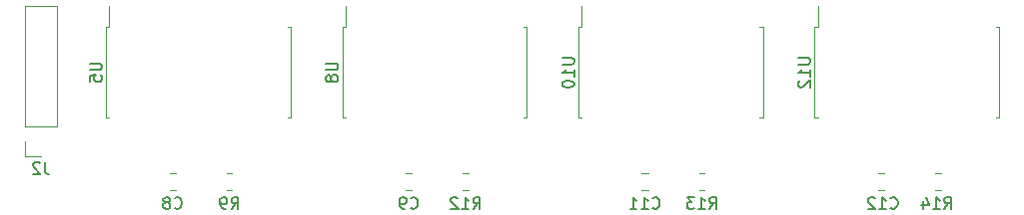
<source format=gbo>
G04 #@! TF.GenerationSoftware,KiCad,Pcbnew,(5.1.9)-1*
G04 #@! TF.CreationDate,2021-03-16T21:09:54+08:00*
G04 #@! TF.ProjectId,driver,64726976-6572-42e6-9b69-6361645f7063,v1.0*
G04 #@! TF.SameCoordinates,Original*
G04 #@! TF.FileFunction,Legend,Bot*
G04 #@! TF.FilePolarity,Positive*
%FSLAX46Y46*%
G04 Gerber Fmt 4.6, Leading zero omitted, Abs format (unit mm)*
G04 Created by KiCad (PCBNEW (5.1.9)-1) date 2021-03-16 21:09:54*
%MOMM*%
%LPD*%
G01*
G04 APERTURE LIST*
%ADD10C,0.120000*%
%ADD11C,0.150000*%
%ADD12O,1.800000X1.800000*%
%ADD13C,1.100000*%
G04 APERTURE END LIST*
D10*
X34498800Y-43642800D02*
X37158800Y-43642800D01*
X34498800Y-53862800D02*
X34498800Y-43642800D01*
X37158800Y-53862800D02*
X37158800Y-43642800D01*
X34498800Y-53862800D02*
X37158800Y-53862800D01*
X34498800Y-55132800D02*
X34498800Y-56462800D01*
X34498800Y-56462800D02*
X35828800Y-56462800D01*
X111641736Y-59305400D02*
X112095864Y-59305400D01*
X111641736Y-57835400D02*
X112095864Y-57835400D01*
X97022000Y-49274000D02*
X97022000Y-53134000D01*
X97022000Y-53134000D02*
X96757000Y-53134000D01*
X97022000Y-49274000D02*
X97022000Y-45414000D01*
X97022000Y-45414000D02*
X96757000Y-45414000D01*
X81402000Y-49274000D02*
X81402000Y-53134000D01*
X81402000Y-53134000D02*
X81667000Y-53134000D01*
X81402000Y-49274000D02*
X81402000Y-45414000D01*
X81402000Y-45414000D02*
X81667000Y-45414000D01*
X81667000Y-45414000D02*
X81667000Y-43599000D01*
X91626536Y-59305400D02*
X92080664Y-59305400D01*
X91626536Y-57835400D02*
X92080664Y-57835400D01*
X117037200Y-49274000D02*
X117037200Y-53134000D01*
X117037200Y-53134000D02*
X116772200Y-53134000D01*
X117037200Y-49274000D02*
X117037200Y-45414000D01*
X117037200Y-45414000D02*
X116772200Y-45414000D01*
X101417200Y-49274000D02*
X101417200Y-53134000D01*
X101417200Y-53134000D02*
X101682200Y-53134000D01*
X101417200Y-49274000D02*
X101417200Y-45414000D01*
X101417200Y-45414000D02*
X101682200Y-45414000D01*
X101682200Y-45414000D02*
X101682200Y-43599000D01*
X107304052Y-57835400D02*
X106781548Y-57835400D01*
X107304052Y-59305400D02*
X106781548Y-59305400D01*
X87288852Y-57835400D02*
X86766348Y-57835400D01*
X87288852Y-59305400D02*
X86766348Y-59305400D01*
X56991600Y-49274000D02*
X56991600Y-53134000D01*
X56991600Y-53134000D02*
X56726600Y-53134000D01*
X56991600Y-49274000D02*
X56991600Y-45414000D01*
X56991600Y-45414000D02*
X56726600Y-45414000D01*
X41371600Y-49274000D02*
X41371600Y-53134000D01*
X41371600Y-53134000D02*
X41636600Y-53134000D01*
X41371600Y-49274000D02*
X41371600Y-45414000D01*
X41371600Y-45414000D02*
X41636600Y-45414000D01*
X41636600Y-45414000D02*
X41636600Y-43599000D01*
X71611336Y-59305400D02*
X72065464Y-59305400D01*
X71611336Y-57835400D02*
X72065464Y-57835400D01*
X51596136Y-59305400D02*
X52050264Y-59305400D01*
X51596136Y-57835400D02*
X52050264Y-57835400D01*
X77006800Y-49274000D02*
X77006800Y-53134000D01*
X77006800Y-53134000D02*
X76741800Y-53134000D01*
X77006800Y-49274000D02*
X77006800Y-45414000D01*
X77006800Y-45414000D02*
X76741800Y-45414000D01*
X61386800Y-49274000D02*
X61386800Y-53134000D01*
X61386800Y-53134000D02*
X61651800Y-53134000D01*
X61386800Y-49274000D02*
X61386800Y-45414000D01*
X61386800Y-45414000D02*
X61651800Y-45414000D01*
X61651800Y-45414000D02*
X61651800Y-43599000D01*
X67273652Y-57835400D02*
X66751148Y-57835400D01*
X67273652Y-59305400D02*
X66751148Y-59305400D01*
X47258452Y-57835400D02*
X46735948Y-57835400D01*
X47258452Y-59305400D02*
X46735948Y-59305400D01*
D11*
X36162133Y-56915180D02*
X36162133Y-57629466D01*
X36209752Y-57772323D01*
X36304990Y-57867561D01*
X36447847Y-57915180D01*
X36543085Y-57915180D01*
X35733561Y-57010419D02*
X35685942Y-56962800D01*
X35590704Y-56915180D01*
X35352609Y-56915180D01*
X35257371Y-56962800D01*
X35209752Y-57010419D01*
X35162133Y-57105657D01*
X35162133Y-57200895D01*
X35209752Y-57343752D01*
X35781180Y-57915180D01*
X35162133Y-57915180D01*
X112402857Y-60904380D02*
X112736190Y-60428190D01*
X112974285Y-60904380D02*
X112974285Y-59904380D01*
X112593333Y-59904380D01*
X112498095Y-59952000D01*
X112450476Y-59999619D01*
X112402857Y-60094857D01*
X112402857Y-60237714D01*
X112450476Y-60332952D01*
X112498095Y-60380571D01*
X112593333Y-60428190D01*
X112974285Y-60428190D01*
X111450476Y-60904380D02*
X112021904Y-60904380D01*
X111736190Y-60904380D02*
X111736190Y-59904380D01*
X111831428Y-60047238D01*
X111926666Y-60142476D01*
X112021904Y-60190095D01*
X110593333Y-60237714D02*
X110593333Y-60904380D01*
X110831428Y-59856761D02*
X111069523Y-60571047D01*
X110450476Y-60571047D01*
X80014380Y-48035904D02*
X80823904Y-48035904D01*
X80919142Y-48083523D01*
X80966761Y-48131142D01*
X81014380Y-48226380D01*
X81014380Y-48416857D01*
X80966761Y-48512095D01*
X80919142Y-48559714D01*
X80823904Y-48607333D01*
X80014380Y-48607333D01*
X81014380Y-49607333D02*
X81014380Y-49035904D01*
X81014380Y-49321619D02*
X80014380Y-49321619D01*
X80157238Y-49226380D01*
X80252476Y-49131142D01*
X80300095Y-49035904D01*
X80014380Y-50226380D02*
X80014380Y-50321619D01*
X80062000Y-50416857D01*
X80109619Y-50464476D01*
X80204857Y-50512095D01*
X80395333Y-50559714D01*
X80633428Y-50559714D01*
X80823904Y-50512095D01*
X80919142Y-50464476D01*
X80966761Y-50416857D01*
X81014380Y-50321619D01*
X81014380Y-50226380D01*
X80966761Y-50131142D01*
X80919142Y-50083523D01*
X80823904Y-50035904D01*
X80633428Y-49988285D01*
X80395333Y-49988285D01*
X80204857Y-50035904D01*
X80109619Y-50083523D01*
X80062000Y-50131142D01*
X80014380Y-50226380D01*
X92496457Y-60904380D02*
X92829790Y-60428190D01*
X93067885Y-60904380D02*
X93067885Y-59904380D01*
X92686933Y-59904380D01*
X92591695Y-59952000D01*
X92544076Y-59999619D01*
X92496457Y-60094857D01*
X92496457Y-60237714D01*
X92544076Y-60332952D01*
X92591695Y-60380571D01*
X92686933Y-60428190D01*
X93067885Y-60428190D01*
X91544076Y-60904380D02*
X92115504Y-60904380D01*
X91829790Y-60904380D02*
X91829790Y-59904380D01*
X91925028Y-60047238D01*
X92020266Y-60142476D01*
X92115504Y-60190095D01*
X91210742Y-59904380D02*
X90591695Y-59904380D01*
X90925028Y-60285333D01*
X90782171Y-60285333D01*
X90686933Y-60332952D01*
X90639314Y-60380571D01*
X90591695Y-60475809D01*
X90591695Y-60713904D01*
X90639314Y-60809142D01*
X90686933Y-60856761D01*
X90782171Y-60904380D01*
X91067885Y-60904380D01*
X91163123Y-60856761D01*
X91210742Y-60809142D01*
X100029580Y-48035904D02*
X100839104Y-48035904D01*
X100934342Y-48083523D01*
X100981961Y-48131142D01*
X101029580Y-48226380D01*
X101029580Y-48416857D01*
X100981961Y-48512095D01*
X100934342Y-48559714D01*
X100839104Y-48607333D01*
X100029580Y-48607333D01*
X101029580Y-49607333D02*
X101029580Y-49035904D01*
X101029580Y-49321619D02*
X100029580Y-49321619D01*
X100172438Y-49226380D01*
X100267676Y-49131142D01*
X100315295Y-49035904D01*
X100124819Y-49988285D02*
X100077200Y-50035904D01*
X100029580Y-50131142D01*
X100029580Y-50369238D01*
X100077200Y-50464476D01*
X100124819Y-50512095D01*
X100220057Y-50559714D01*
X100315295Y-50559714D01*
X100458152Y-50512095D01*
X101029580Y-49940666D01*
X101029580Y-50559714D01*
X107830857Y-60809142D02*
X107878476Y-60856761D01*
X108021333Y-60904380D01*
X108116571Y-60904380D01*
X108259428Y-60856761D01*
X108354666Y-60761523D01*
X108402285Y-60666285D01*
X108449904Y-60475809D01*
X108449904Y-60332952D01*
X108402285Y-60142476D01*
X108354666Y-60047238D01*
X108259428Y-59952000D01*
X108116571Y-59904380D01*
X108021333Y-59904380D01*
X107878476Y-59952000D01*
X107830857Y-59999619D01*
X106878476Y-60904380D02*
X107449904Y-60904380D01*
X107164190Y-60904380D02*
X107164190Y-59904380D01*
X107259428Y-60047238D01*
X107354666Y-60142476D01*
X107449904Y-60190095D01*
X106497523Y-59999619D02*
X106449904Y-59952000D01*
X106354666Y-59904380D01*
X106116571Y-59904380D01*
X106021333Y-59952000D01*
X105973714Y-59999619D01*
X105926095Y-60094857D01*
X105926095Y-60190095D01*
X105973714Y-60332952D01*
X106545142Y-60904380D01*
X105926095Y-60904380D01*
X87670457Y-60809142D02*
X87718076Y-60856761D01*
X87860933Y-60904380D01*
X87956171Y-60904380D01*
X88099028Y-60856761D01*
X88194266Y-60761523D01*
X88241885Y-60666285D01*
X88289504Y-60475809D01*
X88289504Y-60332952D01*
X88241885Y-60142476D01*
X88194266Y-60047238D01*
X88099028Y-59952000D01*
X87956171Y-59904380D01*
X87860933Y-59904380D01*
X87718076Y-59952000D01*
X87670457Y-59999619D01*
X86718076Y-60904380D02*
X87289504Y-60904380D01*
X87003790Y-60904380D02*
X87003790Y-59904380D01*
X87099028Y-60047238D01*
X87194266Y-60142476D01*
X87289504Y-60190095D01*
X85765695Y-60904380D02*
X86337123Y-60904380D01*
X86051409Y-60904380D02*
X86051409Y-59904380D01*
X86146647Y-60047238D01*
X86241885Y-60142476D01*
X86337123Y-60190095D01*
X39983980Y-48512095D02*
X40793504Y-48512095D01*
X40888742Y-48559714D01*
X40936361Y-48607333D01*
X40983980Y-48702571D01*
X40983980Y-48893047D01*
X40936361Y-48988285D01*
X40888742Y-49035904D01*
X40793504Y-49083523D01*
X39983980Y-49083523D01*
X39983980Y-50035904D02*
X39983980Y-49559714D01*
X40460171Y-49512095D01*
X40412552Y-49559714D01*
X40364933Y-49654952D01*
X40364933Y-49893047D01*
X40412552Y-49988285D01*
X40460171Y-50035904D01*
X40555409Y-50083523D01*
X40793504Y-50083523D01*
X40888742Y-50035904D01*
X40936361Y-49988285D01*
X40983980Y-49893047D01*
X40983980Y-49654952D01*
X40936361Y-49559714D01*
X40888742Y-49512095D01*
X72481257Y-60904380D02*
X72814590Y-60428190D01*
X73052685Y-60904380D02*
X73052685Y-59904380D01*
X72671733Y-59904380D01*
X72576495Y-59952000D01*
X72528876Y-59999619D01*
X72481257Y-60094857D01*
X72481257Y-60237714D01*
X72528876Y-60332952D01*
X72576495Y-60380571D01*
X72671733Y-60428190D01*
X73052685Y-60428190D01*
X71528876Y-60904380D02*
X72100304Y-60904380D01*
X71814590Y-60904380D02*
X71814590Y-59904380D01*
X71909828Y-60047238D01*
X72005066Y-60142476D01*
X72100304Y-60190095D01*
X71147923Y-59999619D02*
X71100304Y-59952000D01*
X71005066Y-59904380D01*
X70766971Y-59904380D01*
X70671733Y-59952000D01*
X70624114Y-59999619D01*
X70576495Y-60094857D01*
X70576495Y-60190095D01*
X70624114Y-60332952D01*
X71195542Y-60904380D01*
X70576495Y-60904380D01*
X51982666Y-60904380D02*
X52316000Y-60428190D01*
X52554095Y-60904380D02*
X52554095Y-59904380D01*
X52173142Y-59904380D01*
X52077904Y-59952000D01*
X52030285Y-59999619D01*
X51982666Y-60094857D01*
X51982666Y-60237714D01*
X52030285Y-60332952D01*
X52077904Y-60380571D01*
X52173142Y-60428190D01*
X52554095Y-60428190D01*
X51506476Y-60904380D02*
X51316000Y-60904380D01*
X51220761Y-60856761D01*
X51173142Y-60809142D01*
X51077904Y-60666285D01*
X51030285Y-60475809D01*
X51030285Y-60094857D01*
X51077904Y-59999619D01*
X51125523Y-59952000D01*
X51220761Y-59904380D01*
X51411238Y-59904380D01*
X51506476Y-59952000D01*
X51554095Y-59999619D01*
X51601714Y-60094857D01*
X51601714Y-60332952D01*
X51554095Y-60428190D01*
X51506476Y-60475809D01*
X51411238Y-60523428D01*
X51220761Y-60523428D01*
X51125523Y-60475809D01*
X51077904Y-60428190D01*
X51030285Y-60332952D01*
X59999180Y-48512095D02*
X60808704Y-48512095D01*
X60903942Y-48559714D01*
X60951561Y-48607333D01*
X60999180Y-48702571D01*
X60999180Y-48893047D01*
X60951561Y-48988285D01*
X60903942Y-49035904D01*
X60808704Y-49083523D01*
X59999180Y-49083523D01*
X60427752Y-49702571D02*
X60380133Y-49607333D01*
X60332514Y-49559714D01*
X60237276Y-49512095D01*
X60189657Y-49512095D01*
X60094419Y-49559714D01*
X60046800Y-49607333D01*
X59999180Y-49702571D01*
X59999180Y-49893047D01*
X60046800Y-49988285D01*
X60094419Y-50035904D01*
X60189657Y-50083523D01*
X60237276Y-50083523D01*
X60332514Y-50035904D01*
X60380133Y-49988285D01*
X60427752Y-49893047D01*
X60427752Y-49702571D01*
X60475371Y-49607333D01*
X60522990Y-49559714D01*
X60618228Y-49512095D01*
X60808704Y-49512095D01*
X60903942Y-49559714D01*
X60951561Y-49607333D01*
X60999180Y-49702571D01*
X60999180Y-49893047D01*
X60951561Y-49988285D01*
X60903942Y-50035904D01*
X60808704Y-50083523D01*
X60618228Y-50083523D01*
X60522990Y-50035904D01*
X60475371Y-49988285D01*
X60427752Y-49893047D01*
X67179066Y-60809142D02*
X67226685Y-60856761D01*
X67369542Y-60904380D01*
X67464780Y-60904380D01*
X67607638Y-60856761D01*
X67702876Y-60761523D01*
X67750495Y-60666285D01*
X67798114Y-60475809D01*
X67798114Y-60332952D01*
X67750495Y-60142476D01*
X67702876Y-60047238D01*
X67607638Y-59952000D01*
X67464780Y-59904380D01*
X67369542Y-59904380D01*
X67226685Y-59952000D01*
X67179066Y-59999619D01*
X66702876Y-60904380D02*
X66512400Y-60904380D01*
X66417161Y-60856761D01*
X66369542Y-60809142D01*
X66274304Y-60666285D01*
X66226685Y-60475809D01*
X66226685Y-60094857D01*
X66274304Y-59999619D01*
X66321923Y-59952000D01*
X66417161Y-59904380D01*
X66607638Y-59904380D01*
X66702876Y-59952000D01*
X66750495Y-59999619D01*
X66798114Y-60094857D01*
X66798114Y-60332952D01*
X66750495Y-60428190D01*
X66702876Y-60475809D01*
X66607638Y-60523428D01*
X66417161Y-60523428D01*
X66321923Y-60475809D01*
X66274304Y-60428190D01*
X66226685Y-60332952D01*
X47163866Y-60809142D02*
X47211485Y-60856761D01*
X47354342Y-60904380D01*
X47449580Y-60904380D01*
X47592438Y-60856761D01*
X47687676Y-60761523D01*
X47735295Y-60666285D01*
X47782914Y-60475809D01*
X47782914Y-60332952D01*
X47735295Y-60142476D01*
X47687676Y-60047238D01*
X47592438Y-59952000D01*
X47449580Y-59904380D01*
X47354342Y-59904380D01*
X47211485Y-59952000D01*
X47163866Y-59999619D01*
X46592438Y-60332952D02*
X46687676Y-60285333D01*
X46735295Y-60237714D01*
X46782914Y-60142476D01*
X46782914Y-60094857D01*
X46735295Y-59999619D01*
X46687676Y-59952000D01*
X46592438Y-59904380D01*
X46401961Y-59904380D01*
X46306723Y-59952000D01*
X46259104Y-59999619D01*
X46211485Y-60094857D01*
X46211485Y-60142476D01*
X46259104Y-60237714D01*
X46306723Y-60285333D01*
X46401961Y-60332952D01*
X46592438Y-60332952D01*
X46687676Y-60380571D01*
X46735295Y-60428190D01*
X46782914Y-60523428D01*
X46782914Y-60713904D01*
X46735295Y-60809142D01*
X46687676Y-60856761D01*
X46592438Y-60904380D01*
X46401961Y-60904380D01*
X46306723Y-60856761D01*
X46259104Y-60809142D01*
X46211485Y-60713904D01*
X46211485Y-60523428D01*
X46259104Y-60428190D01*
X46306723Y-60380571D01*
X46401961Y-60332952D01*
%LPC*%
D12*
X35828800Y-44972800D03*
X35828800Y-47512800D03*
X35828800Y-50052800D03*
X35828800Y-52592800D03*
G36*
G01*
X34928800Y-55982800D02*
X34928800Y-54282800D01*
G75*
G02*
X34978800Y-54232800I50000J0D01*
G01*
X36678800Y-54232800D01*
G75*
G02*
X36728800Y-54282800I0J-50000D01*
G01*
X36728800Y-55982800D01*
G75*
G02*
X36678800Y-56032800I-50000J0D01*
G01*
X34978800Y-56032800D01*
G75*
G02*
X34928800Y-55982800I0J50000D01*
G01*
G37*
G36*
G01*
X112218800Y-59046012D02*
X112218800Y-58094788D01*
G75*
G02*
X112493188Y-57820400I274388J0D01*
G01*
X113069412Y-57820400D01*
G75*
G02*
X113343800Y-58094788I0J-274388D01*
G01*
X113343800Y-59046012D01*
G75*
G02*
X113069412Y-59320400I-274388J0D01*
G01*
X112493188Y-59320400D01*
G75*
G02*
X112218800Y-59046012I0J274388D01*
G01*
G37*
G36*
G01*
X110393800Y-59046012D02*
X110393800Y-58094788D01*
G75*
G02*
X110668188Y-57820400I274388J0D01*
G01*
X111244412Y-57820400D01*
G75*
G02*
X111518800Y-58094788I0J-274388D01*
G01*
X111518800Y-59046012D01*
G75*
G02*
X111244412Y-59320400I-274388J0D01*
G01*
X110668188Y-59320400D01*
G75*
G02*
X110393800Y-59046012I0J274388D01*
G01*
G37*
G36*
G01*
X82052000Y-52849000D02*
X82402000Y-52849000D01*
G75*
G02*
X82577000Y-53024000I0J-175000D01*
G01*
X82577000Y-54824000D01*
G75*
G02*
X82402000Y-54999000I-175000J0D01*
G01*
X82052000Y-54999000D01*
G75*
G02*
X81877000Y-54824000I0J175000D01*
G01*
X81877000Y-53024000D01*
G75*
G02*
X82052000Y-52849000I175000J0D01*
G01*
G37*
G36*
G01*
X83322000Y-52849000D02*
X83672000Y-52849000D01*
G75*
G02*
X83847000Y-53024000I0J-175000D01*
G01*
X83847000Y-54824000D01*
G75*
G02*
X83672000Y-54999000I-175000J0D01*
G01*
X83322000Y-54999000D01*
G75*
G02*
X83147000Y-54824000I0J175000D01*
G01*
X83147000Y-53024000D01*
G75*
G02*
X83322000Y-52849000I175000J0D01*
G01*
G37*
G36*
G01*
X84592000Y-52849000D02*
X84942000Y-52849000D01*
G75*
G02*
X85117000Y-53024000I0J-175000D01*
G01*
X85117000Y-54824000D01*
G75*
G02*
X84942000Y-54999000I-175000J0D01*
G01*
X84592000Y-54999000D01*
G75*
G02*
X84417000Y-54824000I0J175000D01*
G01*
X84417000Y-53024000D01*
G75*
G02*
X84592000Y-52849000I175000J0D01*
G01*
G37*
G36*
G01*
X85862000Y-52849000D02*
X86212000Y-52849000D01*
G75*
G02*
X86387000Y-53024000I0J-175000D01*
G01*
X86387000Y-54824000D01*
G75*
G02*
X86212000Y-54999000I-175000J0D01*
G01*
X85862000Y-54999000D01*
G75*
G02*
X85687000Y-54824000I0J175000D01*
G01*
X85687000Y-53024000D01*
G75*
G02*
X85862000Y-52849000I175000J0D01*
G01*
G37*
G36*
G01*
X87132000Y-52849000D02*
X87482000Y-52849000D01*
G75*
G02*
X87657000Y-53024000I0J-175000D01*
G01*
X87657000Y-54824000D01*
G75*
G02*
X87482000Y-54999000I-175000J0D01*
G01*
X87132000Y-54999000D01*
G75*
G02*
X86957000Y-54824000I0J175000D01*
G01*
X86957000Y-53024000D01*
G75*
G02*
X87132000Y-52849000I175000J0D01*
G01*
G37*
G36*
G01*
X88402000Y-52849000D02*
X88752000Y-52849000D01*
G75*
G02*
X88927000Y-53024000I0J-175000D01*
G01*
X88927000Y-54824000D01*
G75*
G02*
X88752000Y-54999000I-175000J0D01*
G01*
X88402000Y-54999000D01*
G75*
G02*
X88227000Y-54824000I0J175000D01*
G01*
X88227000Y-53024000D01*
G75*
G02*
X88402000Y-52849000I175000J0D01*
G01*
G37*
G36*
G01*
X89672000Y-52849000D02*
X90022000Y-52849000D01*
G75*
G02*
X90197000Y-53024000I0J-175000D01*
G01*
X90197000Y-54824000D01*
G75*
G02*
X90022000Y-54999000I-175000J0D01*
G01*
X89672000Y-54999000D01*
G75*
G02*
X89497000Y-54824000I0J175000D01*
G01*
X89497000Y-53024000D01*
G75*
G02*
X89672000Y-52849000I175000J0D01*
G01*
G37*
G36*
G01*
X90942000Y-52849000D02*
X91292000Y-52849000D01*
G75*
G02*
X91467000Y-53024000I0J-175000D01*
G01*
X91467000Y-54824000D01*
G75*
G02*
X91292000Y-54999000I-175000J0D01*
G01*
X90942000Y-54999000D01*
G75*
G02*
X90767000Y-54824000I0J175000D01*
G01*
X90767000Y-53024000D01*
G75*
G02*
X90942000Y-52849000I175000J0D01*
G01*
G37*
G36*
G01*
X92212000Y-52849000D02*
X92562000Y-52849000D01*
G75*
G02*
X92737000Y-53024000I0J-175000D01*
G01*
X92737000Y-54824000D01*
G75*
G02*
X92562000Y-54999000I-175000J0D01*
G01*
X92212000Y-54999000D01*
G75*
G02*
X92037000Y-54824000I0J175000D01*
G01*
X92037000Y-53024000D01*
G75*
G02*
X92212000Y-52849000I175000J0D01*
G01*
G37*
G36*
G01*
X93482000Y-52849000D02*
X93832000Y-52849000D01*
G75*
G02*
X94007000Y-53024000I0J-175000D01*
G01*
X94007000Y-54824000D01*
G75*
G02*
X93832000Y-54999000I-175000J0D01*
G01*
X93482000Y-54999000D01*
G75*
G02*
X93307000Y-54824000I0J175000D01*
G01*
X93307000Y-53024000D01*
G75*
G02*
X93482000Y-52849000I175000J0D01*
G01*
G37*
G36*
G01*
X94752000Y-52849000D02*
X95102000Y-52849000D01*
G75*
G02*
X95277000Y-53024000I0J-175000D01*
G01*
X95277000Y-54824000D01*
G75*
G02*
X95102000Y-54999000I-175000J0D01*
G01*
X94752000Y-54999000D01*
G75*
G02*
X94577000Y-54824000I0J175000D01*
G01*
X94577000Y-53024000D01*
G75*
G02*
X94752000Y-52849000I175000J0D01*
G01*
G37*
G36*
G01*
X96022000Y-52849000D02*
X96372000Y-52849000D01*
G75*
G02*
X96547000Y-53024000I0J-175000D01*
G01*
X96547000Y-54824000D01*
G75*
G02*
X96372000Y-54999000I-175000J0D01*
G01*
X96022000Y-54999000D01*
G75*
G02*
X95847000Y-54824000I0J175000D01*
G01*
X95847000Y-53024000D01*
G75*
G02*
X96022000Y-52849000I175000J0D01*
G01*
G37*
G36*
G01*
X96022000Y-43549000D02*
X96372000Y-43549000D01*
G75*
G02*
X96547000Y-43724000I0J-175000D01*
G01*
X96547000Y-45524000D01*
G75*
G02*
X96372000Y-45699000I-175000J0D01*
G01*
X96022000Y-45699000D01*
G75*
G02*
X95847000Y-45524000I0J175000D01*
G01*
X95847000Y-43724000D01*
G75*
G02*
X96022000Y-43549000I175000J0D01*
G01*
G37*
G36*
G01*
X94752000Y-43549000D02*
X95102000Y-43549000D01*
G75*
G02*
X95277000Y-43724000I0J-175000D01*
G01*
X95277000Y-45524000D01*
G75*
G02*
X95102000Y-45699000I-175000J0D01*
G01*
X94752000Y-45699000D01*
G75*
G02*
X94577000Y-45524000I0J175000D01*
G01*
X94577000Y-43724000D01*
G75*
G02*
X94752000Y-43549000I175000J0D01*
G01*
G37*
G36*
G01*
X93482000Y-43549000D02*
X93832000Y-43549000D01*
G75*
G02*
X94007000Y-43724000I0J-175000D01*
G01*
X94007000Y-45524000D01*
G75*
G02*
X93832000Y-45699000I-175000J0D01*
G01*
X93482000Y-45699000D01*
G75*
G02*
X93307000Y-45524000I0J175000D01*
G01*
X93307000Y-43724000D01*
G75*
G02*
X93482000Y-43549000I175000J0D01*
G01*
G37*
G36*
G01*
X92212000Y-43549000D02*
X92562000Y-43549000D01*
G75*
G02*
X92737000Y-43724000I0J-175000D01*
G01*
X92737000Y-45524000D01*
G75*
G02*
X92562000Y-45699000I-175000J0D01*
G01*
X92212000Y-45699000D01*
G75*
G02*
X92037000Y-45524000I0J175000D01*
G01*
X92037000Y-43724000D01*
G75*
G02*
X92212000Y-43549000I175000J0D01*
G01*
G37*
G36*
G01*
X90942000Y-43549000D02*
X91292000Y-43549000D01*
G75*
G02*
X91467000Y-43724000I0J-175000D01*
G01*
X91467000Y-45524000D01*
G75*
G02*
X91292000Y-45699000I-175000J0D01*
G01*
X90942000Y-45699000D01*
G75*
G02*
X90767000Y-45524000I0J175000D01*
G01*
X90767000Y-43724000D01*
G75*
G02*
X90942000Y-43549000I175000J0D01*
G01*
G37*
G36*
G01*
X89672000Y-43549000D02*
X90022000Y-43549000D01*
G75*
G02*
X90197000Y-43724000I0J-175000D01*
G01*
X90197000Y-45524000D01*
G75*
G02*
X90022000Y-45699000I-175000J0D01*
G01*
X89672000Y-45699000D01*
G75*
G02*
X89497000Y-45524000I0J175000D01*
G01*
X89497000Y-43724000D01*
G75*
G02*
X89672000Y-43549000I175000J0D01*
G01*
G37*
G36*
G01*
X88402000Y-43549000D02*
X88752000Y-43549000D01*
G75*
G02*
X88927000Y-43724000I0J-175000D01*
G01*
X88927000Y-45524000D01*
G75*
G02*
X88752000Y-45699000I-175000J0D01*
G01*
X88402000Y-45699000D01*
G75*
G02*
X88227000Y-45524000I0J175000D01*
G01*
X88227000Y-43724000D01*
G75*
G02*
X88402000Y-43549000I175000J0D01*
G01*
G37*
G36*
G01*
X87132000Y-43549000D02*
X87482000Y-43549000D01*
G75*
G02*
X87657000Y-43724000I0J-175000D01*
G01*
X87657000Y-45524000D01*
G75*
G02*
X87482000Y-45699000I-175000J0D01*
G01*
X87132000Y-45699000D01*
G75*
G02*
X86957000Y-45524000I0J175000D01*
G01*
X86957000Y-43724000D01*
G75*
G02*
X87132000Y-43549000I175000J0D01*
G01*
G37*
G36*
G01*
X85862000Y-43549000D02*
X86212000Y-43549000D01*
G75*
G02*
X86387000Y-43724000I0J-175000D01*
G01*
X86387000Y-45524000D01*
G75*
G02*
X86212000Y-45699000I-175000J0D01*
G01*
X85862000Y-45699000D01*
G75*
G02*
X85687000Y-45524000I0J175000D01*
G01*
X85687000Y-43724000D01*
G75*
G02*
X85862000Y-43549000I175000J0D01*
G01*
G37*
G36*
G01*
X84592000Y-43549000D02*
X84942000Y-43549000D01*
G75*
G02*
X85117000Y-43724000I0J-175000D01*
G01*
X85117000Y-45524000D01*
G75*
G02*
X84942000Y-45699000I-175000J0D01*
G01*
X84592000Y-45699000D01*
G75*
G02*
X84417000Y-45524000I0J175000D01*
G01*
X84417000Y-43724000D01*
G75*
G02*
X84592000Y-43549000I175000J0D01*
G01*
G37*
G36*
G01*
X83322000Y-43549000D02*
X83672000Y-43549000D01*
G75*
G02*
X83847000Y-43724000I0J-175000D01*
G01*
X83847000Y-45524000D01*
G75*
G02*
X83672000Y-45699000I-175000J0D01*
G01*
X83322000Y-45699000D01*
G75*
G02*
X83147000Y-45524000I0J175000D01*
G01*
X83147000Y-43724000D01*
G75*
G02*
X83322000Y-43549000I175000J0D01*
G01*
G37*
G36*
G01*
X82052000Y-43549000D02*
X82402000Y-43549000D01*
G75*
G02*
X82577000Y-43724000I0J-175000D01*
G01*
X82577000Y-45524000D01*
G75*
G02*
X82402000Y-45699000I-175000J0D01*
G01*
X82052000Y-45699000D01*
G75*
G02*
X81877000Y-45524000I0J175000D01*
G01*
X81877000Y-43724000D01*
G75*
G02*
X82052000Y-43549000I175000J0D01*
G01*
G37*
G36*
G01*
X92203600Y-59046012D02*
X92203600Y-58094788D01*
G75*
G02*
X92477988Y-57820400I274388J0D01*
G01*
X93054212Y-57820400D01*
G75*
G02*
X93328600Y-58094788I0J-274388D01*
G01*
X93328600Y-59046012D01*
G75*
G02*
X93054212Y-59320400I-274388J0D01*
G01*
X92477988Y-59320400D01*
G75*
G02*
X92203600Y-59046012I0J274388D01*
G01*
G37*
G36*
G01*
X90378600Y-59046012D02*
X90378600Y-58094788D01*
G75*
G02*
X90652988Y-57820400I274388J0D01*
G01*
X91229212Y-57820400D01*
G75*
G02*
X91503600Y-58094788I0J-274388D01*
G01*
X91503600Y-59046012D01*
G75*
G02*
X91229212Y-59320400I-274388J0D01*
G01*
X90652988Y-59320400D01*
G75*
G02*
X90378600Y-59046012I0J274388D01*
G01*
G37*
G36*
G01*
X102067200Y-52849000D02*
X102417200Y-52849000D01*
G75*
G02*
X102592200Y-53024000I0J-175000D01*
G01*
X102592200Y-54824000D01*
G75*
G02*
X102417200Y-54999000I-175000J0D01*
G01*
X102067200Y-54999000D01*
G75*
G02*
X101892200Y-54824000I0J175000D01*
G01*
X101892200Y-53024000D01*
G75*
G02*
X102067200Y-52849000I175000J0D01*
G01*
G37*
G36*
G01*
X103337200Y-52849000D02*
X103687200Y-52849000D01*
G75*
G02*
X103862200Y-53024000I0J-175000D01*
G01*
X103862200Y-54824000D01*
G75*
G02*
X103687200Y-54999000I-175000J0D01*
G01*
X103337200Y-54999000D01*
G75*
G02*
X103162200Y-54824000I0J175000D01*
G01*
X103162200Y-53024000D01*
G75*
G02*
X103337200Y-52849000I175000J0D01*
G01*
G37*
G36*
G01*
X104607200Y-52849000D02*
X104957200Y-52849000D01*
G75*
G02*
X105132200Y-53024000I0J-175000D01*
G01*
X105132200Y-54824000D01*
G75*
G02*
X104957200Y-54999000I-175000J0D01*
G01*
X104607200Y-54999000D01*
G75*
G02*
X104432200Y-54824000I0J175000D01*
G01*
X104432200Y-53024000D01*
G75*
G02*
X104607200Y-52849000I175000J0D01*
G01*
G37*
G36*
G01*
X105877200Y-52849000D02*
X106227200Y-52849000D01*
G75*
G02*
X106402200Y-53024000I0J-175000D01*
G01*
X106402200Y-54824000D01*
G75*
G02*
X106227200Y-54999000I-175000J0D01*
G01*
X105877200Y-54999000D01*
G75*
G02*
X105702200Y-54824000I0J175000D01*
G01*
X105702200Y-53024000D01*
G75*
G02*
X105877200Y-52849000I175000J0D01*
G01*
G37*
G36*
G01*
X107147200Y-52849000D02*
X107497200Y-52849000D01*
G75*
G02*
X107672200Y-53024000I0J-175000D01*
G01*
X107672200Y-54824000D01*
G75*
G02*
X107497200Y-54999000I-175000J0D01*
G01*
X107147200Y-54999000D01*
G75*
G02*
X106972200Y-54824000I0J175000D01*
G01*
X106972200Y-53024000D01*
G75*
G02*
X107147200Y-52849000I175000J0D01*
G01*
G37*
G36*
G01*
X108417200Y-52849000D02*
X108767200Y-52849000D01*
G75*
G02*
X108942200Y-53024000I0J-175000D01*
G01*
X108942200Y-54824000D01*
G75*
G02*
X108767200Y-54999000I-175000J0D01*
G01*
X108417200Y-54999000D01*
G75*
G02*
X108242200Y-54824000I0J175000D01*
G01*
X108242200Y-53024000D01*
G75*
G02*
X108417200Y-52849000I175000J0D01*
G01*
G37*
G36*
G01*
X109687200Y-52849000D02*
X110037200Y-52849000D01*
G75*
G02*
X110212200Y-53024000I0J-175000D01*
G01*
X110212200Y-54824000D01*
G75*
G02*
X110037200Y-54999000I-175000J0D01*
G01*
X109687200Y-54999000D01*
G75*
G02*
X109512200Y-54824000I0J175000D01*
G01*
X109512200Y-53024000D01*
G75*
G02*
X109687200Y-52849000I175000J0D01*
G01*
G37*
G36*
G01*
X110957200Y-52849000D02*
X111307200Y-52849000D01*
G75*
G02*
X111482200Y-53024000I0J-175000D01*
G01*
X111482200Y-54824000D01*
G75*
G02*
X111307200Y-54999000I-175000J0D01*
G01*
X110957200Y-54999000D01*
G75*
G02*
X110782200Y-54824000I0J175000D01*
G01*
X110782200Y-53024000D01*
G75*
G02*
X110957200Y-52849000I175000J0D01*
G01*
G37*
G36*
G01*
X112227200Y-52849000D02*
X112577200Y-52849000D01*
G75*
G02*
X112752200Y-53024000I0J-175000D01*
G01*
X112752200Y-54824000D01*
G75*
G02*
X112577200Y-54999000I-175000J0D01*
G01*
X112227200Y-54999000D01*
G75*
G02*
X112052200Y-54824000I0J175000D01*
G01*
X112052200Y-53024000D01*
G75*
G02*
X112227200Y-52849000I175000J0D01*
G01*
G37*
G36*
G01*
X113497200Y-52849000D02*
X113847200Y-52849000D01*
G75*
G02*
X114022200Y-53024000I0J-175000D01*
G01*
X114022200Y-54824000D01*
G75*
G02*
X113847200Y-54999000I-175000J0D01*
G01*
X113497200Y-54999000D01*
G75*
G02*
X113322200Y-54824000I0J175000D01*
G01*
X113322200Y-53024000D01*
G75*
G02*
X113497200Y-52849000I175000J0D01*
G01*
G37*
G36*
G01*
X114767200Y-52849000D02*
X115117200Y-52849000D01*
G75*
G02*
X115292200Y-53024000I0J-175000D01*
G01*
X115292200Y-54824000D01*
G75*
G02*
X115117200Y-54999000I-175000J0D01*
G01*
X114767200Y-54999000D01*
G75*
G02*
X114592200Y-54824000I0J175000D01*
G01*
X114592200Y-53024000D01*
G75*
G02*
X114767200Y-52849000I175000J0D01*
G01*
G37*
G36*
G01*
X116037200Y-52849000D02*
X116387200Y-52849000D01*
G75*
G02*
X116562200Y-53024000I0J-175000D01*
G01*
X116562200Y-54824000D01*
G75*
G02*
X116387200Y-54999000I-175000J0D01*
G01*
X116037200Y-54999000D01*
G75*
G02*
X115862200Y-54824000I0J175000D01*
G01*
X115862200Y-53024000D01*
G75*
G02*
X116037200Y-52849000I175000J0D01*
G01*
G37*
G36*
G01*
X116037200Y-43549000D02*
X116387200Y-43549000D01*
G75*
G02*
X116562200Y-43724000I0J-175000D01*
G01*
X116562200Y-45524000D01*
G75*
G02*
X116387200Y-45699000I-175000J0D01*
G01*
X116037200Y-45699000D01*
G75*
G02*
X115862200Y-45524000I0J175000D01*
G01*
X115862200Y-43724000D01*
G75*
G02*
X116037200Y-43549000I175000J0D01*
G01*
G37*
G36*
G01*
X114767200Y-43549000D02*
X115117200Y-43549000D01*
G75*
G02*
X115292200Y-43724000I0J-175000D01*
G01*
X115292200Y-45524000D01*
G75*
G02*
X115117200Y-45699000I-175000J0D01*
G01*
X114767200Y-45699000D01*
G75*
G02*
X114592200Y-45524000I0J175000D01*
G01*
X114592200Y-43724000D01*
G75*
G02*
X114767200Y-43549000I175000J0D01*
G01*
G37*
G36*
G01*
X113497200Y-43549000D02*
X113847200Y-43549000D01*
G75*
G02*
X114022200Y-43724000I0J-175000D01*
G01*
X114022200Y-45524000D01*
G75*
G02*
X113847200Y-45699000I-175000J0D01*
G01*
X113497200Y-45699000D01*
G75*
G02*
X113322200Y-45524000I0J175000D01*
G01*
X113322200Y-43724000D01*
G75*
G02*
X113497200Y-43549000I175000J0D01*
G01*
G37*
G36*
G01*
X112227200Y-43549000D02*
X112577200Y-43549000D01*
G75*
G02*
X112752200Y-43724000I0J-175000D01*
G01*
X112752200Y-45524000D01*
G75*
G02*
X112577200Y-45699000I-175000J0D01*
G01*
X112227200Y-45699000D01*
G75*
G02*
X112052200Y-45524000I0J175000D01*
G01*
X112052200Y-43724000D01*
G75*
G02*
X112227200Y-43549000I175000J0D01*
G01*
G37*
G36*
G01*
X110957200Y-43549000D02*
X111307200Y-43549000D01*
G75*
G02*
X111482200Y-43724000I0J-175000D01*
G01*
X111482200Y-45524000D01*
G75*
G02*
X111307200Y-45699000I-175000J0D01*
G01*
X110957200Y-45699000D01*
G75*
G02*
X110782200Y-45524000I0J175000D01*
G01*
X110782200Y-43724000D01*
G75*
G02*
X110957200Y-43549000I175000J0D01*
G01*
G37*
G36*
G01*
X109687200Y-43549000D02*
X110037200Y-43549000D01*
G75*
G02*
X110212200Y-43724000I0J-175000D01*
G01*
X110212200Y-45524000D01*
G75*
G02*
X110037200Y-45699000I-175000J0D01*
G01*
X109687200Y-45699000D01*
G75*
G02*
X109512200Y-45524000I0J175000D01*
G01*
X109512200Y-43724000D01*
G75*
G02*
X109687200Y-43549000I175000J0D01*
G01*
G37*
G36*
G01*
X108417200Y-43549000D02*
X108767200Y-43549000D01*
G75*
G02*
X108942200Y-43724000I0J-175000D01*
G01*
X108942200Y-45524000D01*
G75*
G02*
X108767200Y-45699000I-175000J0D01*
G01*
X108417200Y-45699000D01*
G75*
G02*
X108242200Y-45524000I0J175000D01*
G01*
X108242200Y-43724000D01*
G75*
G02*
X108417200Y-43549000I175000J0D01*
G01*
G37*
G36*
G01*
X107147200Y-43549000D02*
X107497200Y-43549000D01*
G75*
G02*
X107672200Y-43724000I0J-175000D01*
G01*
X107672200Y-45524000D01*
G75*
G02*
X107497200Y-45699000I-175000J0D01*
G01*
X107147200Y-45699000D01*
G75*
G02*
X106972200Y-45524000I0J175000D01*
G01*
X106972200Y-43724000D01*
G75*
G02*
X107147200Y-43549000I175000J0D01*
G01*
G37*
G36*
G01*
X105877200Y-43549000D02*
X106227200Y-43549000D01*
G75*
G02*
X106402200Y-43724000I0J-175000D01*
G01*
X106402200Y-45524000D01*
G75*
G02*
X106227200Y-45699000I-175000J0D01*
G01*
X105877200Y-45699000D01*
G75*
G02*
X105702200Y-45524000I0J175000D01*
G01*
X105702200Y-43724000D01*
G75*
G02*
X105877200Y-43549000I175000J0D01*
G01*
G37*
G36*
G01*
X104607200Y-43549000D02*
X104957200Y-43549000D01*
G75*
G02*
X105132200Y-43724000I0J-175000D01*
G01*
X105132200Y-45524000D01*
G75*
G02*
X104957200Y-45699000I-175000J0D01*
G01*
X104607200Y-45699000D01*
G75*
G02*
X104432200Y-45524000I0J175000D01*
G01*
X104432200Y-43724000D01*
G75*
G02*
X104607200Y-43549000I175000J0D01*
G01*
G37*
G36*
G01*
X103337200Y-43549000D02*
X103687200Y-43549000D01*
G75*
G02*
X103862200Y-43724000I0J-175000D01*
G01*
X103862200Y-45524000D01*
G75*
G02*
X103687200Y-45699000I-175000J0D01*
G01*
X103337200Y-45699000D01*
G75*
G02*
X103162200Y-45524000I0J175000D01*
G01*
X103162200Y-43724000D01*
G75*
G02*
X103337200Y-43549000I175000J0D01*
G01*
G37*
G36*
G01*
X102067200Y-43549000D02*
X102417200Y-43549000D01*
G75*
G02*
X102592200Y-43724000I0J-175000D01*
G01*
X102592200Y-45524000D01*
G75*
G02*
X102417200Y-45699000I-175000J0D01*
G01*
X102067200Y-45699000D01*
G75*
G02*
X101892200Y-45524000I0J175000D01*
G01*
X101892200Y-43724000D01*
G75*
G02*
X102067200Y-43549000I175000J0D01*
G01*
G37*
G36*
G01*
X106642800Y-58070400D02*
X106642800Y-59070400D01*
G75*
G02*
X106367800Y-59345400I-275000J0D01*
G01*
X105817800Y-59345400D01*
G75*
G02*
X105542800Y-59070400I0J275000D01*
G01*
X105542800Y-58070400D01*
G75*
G02*
X105817800Y-57795400I275000J0D01*
G01*
X106367800Y-57795400D01*
G75*
G02*
X106642800Y-58070400I0J-275000D01*
G01*
G37*
G36*
G01*
X108542800Y-58070400D02*
X108542800Y-59070400D01*
G75*
G02*
X108267800Y-59345400I-275000J0D01*
G01*
X107717800Y-59345400D01*
G75*
G02*
X107442800Y-59070400I0J275000D01*
G01*
X107442800Y-58070400D01*
G75*
G02*
X107717800Y-57795400I275000J0D01*
G01*
X108267800Y-57795400D01*
G75*
G02*
X108542800Y-58070400I0J-275000D01*
G01*
G37*
G36*
G01*
X101482120Y-57384360D02*
X101482120Y-56384360D01*
G75*
G02*
X101532120Y-56334360I50000J0D01*
G01*
X102532120Y-56334360D01*
G75*
G02*
X102582120Y-56384360I0J-50000D01*
G01*
X102582120Y-57384360D01*
G75*
G02*
X102532120Y-57434360I-50000J0D01*
G01*
X101532120Y-57434360D01*
G75*
G02*
X101482120Y-57384360I0J50000D01*
G01*
G37*
D13*
X104532120Y-56884360D03*
X107032120Y-56884360D03*
X109532120Y-56884360D03*
X112032120Y-56884360D03*
X114532120Y-56884360D03*
X117032120Y-56884360D03*
X119532120Y-56884360D03*
X119532120Y-41884360D03*
X117032120Y-41884360D03*
X114532120Y-41884360D03*
X112032120Y-41884360D03*
X109532120Y-41884360D03*
X107032120Y-41884360D03*
X104532120Y-41884360D03*
X102032120Y-41884360D03*
G36*
G01*
X86627600Y-58070400D02*
X86627600Y-59070400D01*
G75*
G02*
X86352600Y-59345400I-275000J0D01*
G01*
X85802600Y-59345400D01*
G75*
G02*
X85527600Y-59070400I0J275000D01*
G01*
X85527600Y-58070400D01*
G75*
G02*
X85802600Y-57795400I275000J0D01*
G01*
X86352600Y-57795400D01*
G75*
G02*
X86627600Y-58070400I0J-275000D01*
G01*
G37*
G36*
G01*
X88527600Y-58070400D02*
X88527600Y-59070400D01*
G75*
G02*
X88252600Y-59345400I-275000J0D01*
G01*
X87702600Y-59345400D01*
G75*
G02*
X87427600Y-59070400I0J275000D01*
G01*
X87427600Y-58070400D01*
G75*
G02*
X87702600Y-57795400I275000J0D01*
G01*
X88252600Y-57795400D01*
G75*
G02*
X88527600Y-58070400I0J-275000D01*
G01*
G37*
G36*
G01*
X81466920Y-57384360D02*
X81466920Y-56384360D01*
G75*
G02*
X81516920Y-56334360I50000J0D01*
G01*
X82516920Y-56334360D01*
G75*
G02*
X82566920Y-56384360I0J-50000D01*
G01*
X82566920Y-57384360D01*
G75*
G02*
X82516920Y-57434360I-50000J0D01*
G01*
X81516920Y-57434360D01*
G75*
G02*
X81466920Y-57384360I0J50000D01*
G01*
G37*
X84516920Y-56884360D03*
X87016920Y-56884360D03*
X89516920Y-56884360D03*
X92016920Y-56884360D03*
X94516920Y-56884360D03*
X97016920Y-56884360D03*
X99516920Y-56884360D03*
X99516920Y-41884360D03*
X97016920Y-41884360D03*
X94516920Y-41884360D03*
X92016920Y-41884360D03*
X89516920Y-41884360D03*
X87016920Y-41884360D03*
X84516920Y-41884360D03*
X82016920Y-41884360D03*
G36*
G01*
X42021600Y-52849000D02*
X42371600Y-52849000D01*
G75*
G02*
X42546600Y-53024000I0J-175000D01*
G01*
X42546600Y-54824000D01*
G75*
G02*
X42371600Y-54999000I-175000J0D01*
G01*
X42021600Y-54999000D01*
G75*
G02*
X41846600Y-54824000I0J175000D01*
G01*
X41846600Y-53024000D01*
G75*
G02*
X42021600Y-52849000I175000J0D01*
G01*
G37*
G36*
G01*
X43291600Y-52849000D02*
X43641600Y-52849000D01*
G75*
G02*
X43816600Y-53024000I0J-175000D01*
G01*
X43816600Y-54824000D01*
G75*
G02*
X43641600Y-54999000I-175000J0D01*
G01*
X43291600Y-54999000D01*
G75*
G02*
X43116600Y-54824000I0J175000D01*
G01*
X43116600Y-53024000D01*
G75*
G02*
X43291600Y-52849000I175000J0D01*
G01*
G37*
G36*
G01*
X44561600Y-52849000D02*
X44911600Y-52849000D01*
G75*
G02*
X45086600Y-53024000I0J-175000D01*
G01*
X45086600Y-54824000D01*
G75*
G02*
X44911600Y-54999000I-175000J0D01*
G01*
X44561600Y-54999000D01*
G75*
G02*
X44386600Y-54824000I0J175000D01*
G01*
X44386600Y-53024000D01*
G75*
G02*
X44561600Y-52849000I175000J0D01*
G01*
G37*
G36*
G01*
X45831600Y-52849000D02*
X46181600Y-52849000D01*
G75*
G02*
X46356600Y-53024000I0J-175000D01*
G01*
X46356600Y-54824000D01*
G75*
G02*
X46181600Y-54999000I-175000J0D01*
G01*
X45831600Y-54999000D01*
G75*
G02*
X45656600Y-54824000I0J175000D01*
G01*
X45656600Y-53024000D01*
G75*
G02*
X45831600Y-52849000I175000J0D01*
G01*
G37*
G36*
G01*
X47101600Y-52849000D02*
X47451600Y-52849000D01*
G75*
G02*
X47626600Y-53024000I0J-175000D01*
G01*
X47626600Y-54824000D01*
G75*
G02*
X47451600Y-54999000I-175000J0D01*
G01*
X47101600Y-54999000D01*
G75*
G02*
X46926600Y-54824000I0J175000D01*
G01*
X46926600Y-53024000D01*
G75*
G02*
X47101600Y-52849000I175000J0D01*
G01*
G37*
G36*
G01*
X48371600Y-52849000D02*
X48721600Y-52849000D01*
G75*
G02*
X48896600Y-53024000I0J-175000D01*
G01*
X48896600Y-54824000D01*
G75*
G02*
X48721600Y-54999000I-175000J0D01*
G01*
X48371600Y-54999000D01*
G75*
G02*
X48196600Y-54824000I0J175000D01*
G01*
X48196600Y-53024000D01*
G75*
G02*
X48371600Y-52849000I175000J0D01*
G01*
G37*
G36*
G01*
X49641600Y-52849000D02*
X49991600Y-52849000D01*
G75*
G02*
X50166600Y-53024000I0J-175000D01*
G01*
X50166600Y-54824000D01*
G75*
G02*
X49991600Y-54999000I-175000J0D01*
G01*
X49641600Y-54999000D01*
G75*
G02*
X49466600Y-54824000I0J175000D01*
G01*
X49466600Y-53024000D01*
G75*
G02*
X49641600Y-52849000I175000J0D01*
G01*
G37*
G36*
G01*
X50911600Y-52849000D02*
X51261600Y-52849000D01*
G75*
G02*
X51436600Y-53024000I0J-175000D01*
G01*
X51436600Y-54824000D01*
G75*
G02*
X51261600Y-54999000I-175000J0D01*
G01*
X50911600Y-54999000D01*
G75*
G02*
X50736600Y-54824000I0J175000D01*
G01*
X50736600Y-53024000D01*
G75*
G02*
X50911600Y-52849000I175000J0D01*
G01*
G37*
G36*
G01*
X52181600Y-52849000D02*
X52531600Y-52849000D01*
G75*
G02*
X52706600Y-53024000I0J-175000D01*
G01*
X52706600Y-54824000D01*
G75*
G02*
X52531600Y-54999000I-175000J0D01*
G01*
X52181600Y-54999000D01*
G75*
G02*
X52006600Y-54824000I0J175000D01*
G01*
X52006600Y-53024000D01*
G75*
G02*
X52181600Y-52849000I175000J0D01*
G01*
G37*
G36*
G01*
X53451600Y-52849000D02*
X53801600Y-52849000D01*
G75*
G02*
X53976600Y-53024000I0J-175000D01*
G01*
X53976600Y-54824000D01*
G75*
G02*
X53801600Y-54999000I-175000J0D01*
G01*
X53451600Y-54999000D01*
G75*
G02*
X53276600Y-54824000I0J175000D01*
G01*
X53276600Y-53024000D01*
G75*
G02*
X53451600Y-52849000I175000J0D01*
G01*
G37*
G36*
G01*
X54721600Y-52849000D02*
X55071600Y-52849000D01*
G75*
G02*
X55246600Y-53024000I0J-175000D01*
G01*
X55246600Y-54824000D01*
G75*
G02*
X55071600Y-54999000I-175000J0D01*
G01*
X54721600Y-54999000D01*
G75*
G02*
X54546600Y-54824000I0J175000D01*
G01*
X54546600Y-53024000D01*
G75*
G02*
X54721600Y-52849000I175000J0D01*
G01*
G37*
G36*
G01*
X55991600Y-52849000D02*
X56341600Y-52849000D01*
G75*
G02*
X56516600Y-53024000I0J-175000D01*
G01*
X56516600Y-54824000D01*
G75*
G02*
X56341600Y-54999000I-175000J0D01*
G01*
X55991600Y-54999000D01*
G75*
G02*
X55816600Y-54824000I0J175000D01*
G01*
X55816600Y-53024000D01*
G75*
G02*
X55991600Y-52849000I175000J0D01*
G01*
G37*
G36*
G01*
X55991600Y-43549000D02*
X56341600Y-43549000D01*
G75*
G02*
X56516600Y-43724000I0J-175000D01*
G01*
X56516600Y-45524000D01*
G75*
G02*
X56341600Y-45699000I-175000J0D01*
G01*
X55991600Y-45699000D01*
G75*
G02*
X55816600Y-45524000I0J175000D01*
G01*
X55816600Y-43724000D01*
G75*
G02*
X55991600Y-43549000I175000J0D01*
G01*
G37*
G36*
G01*
X54721600Y-43549000D02*
X55071600Y-43549000D01*
G75*
G02*
X55246600Y-43724000I0J-175000D01*
G01*
X55246600Y-45524000D01*
G75*
G02*
X55071600Y-45699000I-175000J0D01*
G01*
X54721600Y-45699000D01*
G75*
G02*
X54546600Y-45524000I0J175000D01*
G01*
X54546600Y-43724000D01*
G75*
G02*
X54721600Y-43549000I175000J0D01*
G01*
G37*
G36*
G01*
X53451600Y-43549000D02*
X53801600Y-43549000D01*
G75*
G02*
X53976600Y-43724000I0J-175000D01*
G01*
X53976600Y-45524000D01*
G75*
G02*
X53801600Y-45699000I-175000J0D01*
G01*
X53451600Y-45699000D01*
G75*
G02*
X53276600Y-45524000I0J175000D01*
G01*
X53276600Y-43724000D01*
G75*
G02*
X53451600Y-43549000I175000J0D01*
G01*
G37*
G36*
G01*
X52181600Y-43549000D02*
X52531600Y-43549000D01*
G75*
G02*
X52706600Y-43724000I0J-175000D01*
G01*
X52706600Y-45524000D01*
G75*
G02*
X52531600Y-45699000I-175000J0D01*
G01*
X52181600Y-45699000D01*
G75*
G02*
X52006600Y-45524000I0J175000D01*
G01*
X52006600Y-43724000D01*
G75*
G02*
X52181600Y-43549000I175000J0D01*
G01*
G37*
G36*
G01*
X50911600Y-43549000D02*
X51261600Y-43549000D01*
G75*
G02*
X51436600Y-43724000I0J-175000D01*
G01*
X51436600Y-45524000D01*
G75*
G02*
X51261600Y-45699000I-175000J0D01*
G01*
X50911600Y-45699000D01*
G75*
G02*
X50736600Y-45524000I0J175000D01*
G01*
X50736600Y-43724000D01*
G75*
G02*
X50911600Y-43549000I175000J0D01*
G01*
G37*
G36*
G01*
X49641600Y-43549000D02*
X49991600Y-43549000D01*
G75*
G02*
X50166600Y-43724000I0J-175000D01*
G01*
X50166600Y-45524000D01*
G75*
G02*
X49991600Y-45699000I-175000J0D01*
G01*
X49641600Y-45699000D01*
G75*
G02*
X49466600Y-45524000I0J175000D01*
G01*
X49466600Y-43724000D01*
G75*
G02*
X49641600Y-43549000I175000J0D01*
G01*
G37*
G36*
G01*
X48371600Y-43549000D02*
X48721600Y-43549000D01*
G75*
G02*
X48896600Y-43724000I0J-175000D01*
G01*
X48896600Y-45524000D01*
G75*
G02*
X48721600Y-45699000I-175000J0D01*
G01*
X48371600Y-45699000D01*
G75*
G02*
X48196600Y-45524000I0J175000D01*
G01*
X48196600Y-43724000D01*
G75*
G02*
X48371600Y-43549000I175000J0D01*
G01*
G37*
G36*
G01*
X47101600Y-43549000D02*
X47451600Y-43549000D01*
G75*
G02*
X47626600Y-43724000I0J-175000D01*
G01*
X47626600Y-45524000D01*
G75*
G02*
X47451600Y-45699000I-175000J0D01*
G01*
X47101600Y-45699000D01*
G75*
G02*
X46926600Y-45524000I0J175000D01*
G01*
X46926600Y-43724000D01*
G75*
G02*
X47101600Y-43549000I175000J0D01*
G01*
G37*
G36*
G01*
X45831600Y-43549000D02*
X46181600Y-43549000D01*
G75*
G02*
X46356600Y-43724000I0J-175000D01*
G01*
X46356600Y-45524000D01*
G75*
G02*
X46181600Y-45699000I-175000J0D01*
G01*
X45831600Y-45699000D01*
G75*
G02*
X45656600Y-45524000I0J175000D01*
G01*
X45656600Y-43724000D01*
G75*
G02*
X45831600Y-43549000I175000J0D01*
G01*
G37*
G36*
G01*
X44561600Y-43549000D02*
X44911600Y-43549000D01*
G75*
G02*
X45086600Y-43724000I0J-175000D01*
G01*
X45086600Y-45524000D01*
G75*
G02*
X44911600Y-45699000I-175000J0D01*
G01*
X44561600Y-45699000D01*
G75*
G02*
X44386600Y-45524000I0J175000D01*
G01*
X44386600Y-43724000D01*
G75*
G02*
X44561600Y-43549000I175000J0D01*
G01*
G37*
G36*
G01*
X43291600Y-43549000D02*
X43641600Y-43549000D01*
G75*
G02*
X43816600Y-43724000I0J-175000D01*
G01*
X43816600Y-45524000D01*
G75*
G02*
X43641600Y-45699000I-175000J0D01*
G01*
X43291600Y-45699000D01*
G75*
G02*
X43116600Y-45524000I0J175000D01*
G01*
X43116600Y-43724000D01*
G75*
G02*
X43291600Y-43549000I175000J0D01*
G01*
G37*
G36*
G01*
X42021600Y-43549000D02*
X42371600Y-43549000D01*
G75*
G02*
X42546600Y-43724000I0J-175000D01*
G01*
X42546600Y-45524000D01*
G75*
G02*
X42371600Y-45699000I-175000J0D01*
G01*
X42021600Y-45699000D01*
G75*
G02*
X41846600Y-45524000I0J175000D01*
G01*
X41846600Y-43724000D01*
G75*
G02*
X42021600Y-43549000I175000J0D01*
G01*
G37*
G36*
G01*
X72188400Y-59046012D02*
X72188400Y-58094788D01*
G75*
G02*
X72462788Y-57820400I274388J0D01*
G01*
X73039012Y-57820400D01*
G75*
G02*
X73313400Y-58094788I0J-274388D01*
G01*
X73313400Y-59046012D01*
G75*
G02*
X73039012Y-59320400I-274388J0D01*
G01*
X72462788Y-59320400D01*
G75*
G02*
X72188400Y-59046012I0J274388D01*
G01*
G37*
G36*
G01*
X70363400Y-59046012D02*
X70363400Y-58094788D01*
G75*
G02*
X70637788Y-57820400I274388J0D01*
G01*
X71214012Y-57820400D01*
G75*
G02*
X71488400Y-58094788I0J-274388D01*
G01*
X71488400Y-59046012D01*
G75*
G02*
X71214012Y-59320400I-274388J0D01*
G01*
X70637788Y-59320400D01*
G75*
G02*
X70363400Y-59046012I0J274388D01*
G01*
G37*
G36*
G01*
X52173200Y-59046012D02*
X52173200Y-58094788D01*
G75*
G02*
X52447588Y-57820400I274388J0D01*
G01*
X53023812Y-57820400D01*
G75*
G02*
X53298200Y-58094788I0J-274388D01*
G01*
X53298200Y-59046012D01*
G75*
G02*
X53023812Y-59320400I-274388J0D01*
G01*
X52447588Y-59320400D01*
G75*
G02*
X52173200Y-59046012I0J274388D01*
G01*
G37*
G36*
G01*
X50348200Y-59046012D02*
X50348200Y-58094788D01*
G75*
G02*
X50622588Y-57820400I274388J0D01*
G01*
X51198812Y-57820400D01*
G75*
G02*
X51473200Y-58094788I0J-274388D01*
G01*
X51473200Y-59046012D01*
G75*
G02*
X51198812Y-59320400I-274388J0D01*
G01*
X50622588Y-59320400D01*
G75*
G02*
X50348200Y-59046012I0J274388D01*
G01*
G37*
G36*
G01*
X62036800Y-52849000D02*
X62386800Y-52849000D01*
G75*
G02*
X62561800Y-53024000I0J-175000D01*
G01*
X62561800Y-54824000D01*
G75*
G02*
X62386800Y-54999000I-175000J0D01*
G01*
X62036800Y-54999000D01*
G75*
G02*
X61861800Y-54824000I0J175000D01*
G01*
X61861800Y-53024000D01*
G75*
G02*
X62036800Y-52849000I175000J0D01*
G01*
G37*
G36*
G01*
X63306800Y-52849000D02*
X63656800Y-52849000D01*
G75*
G02*
X63831800Y-53024000I0J-175000D01*
G01*
X63831800Y-54824000D01*
G75*
G02*
X63656800Y-54999000I-175000J0D01*
G01*
X63306800Y-54999000D01*
G75*
G02*
X63131800Y-54824000I0J175000D01*
G01*
X63131800Y-53024000D01*
G75*
G02*
X63306800Y-52849000I175000J0D01*
G01*
G37*
G36*
G01*
X64576800Y-52849000D02*
X64926800Y-52849000D01*
G75*
G02*
X65101800Y-53024000I0J-175000D01*
G01*
X65101800Y-54824000D01*
G75*
G02*
X64926800Y-54999000I-175000J0D01*
G01*
X64576800Y-54999000D01*
G75*
G02*
X64401800Y-54824000I0J175000D01*
G01*
X64401800Y-53024000D01*
G75*
G02*
X64576800Y-52849000I175000J0D01*
G01*
G37*
G36*
G01*
X65846800Y-52849000D02*
X66196800Y-52849000D01*
G75*
G02*
X66371800Y-53024000I0J-175000D01*
G01*
X66371800Y-54824000D01*
G75*
G02*
X66196800Y-54999000I-175000J0D01*
G01*
X65846800Y-54999000D01*
G75*
G02*
X65671800Y-54824000I0J175000D01*
G01*
X65671800Y-53024000D01*
G75*
G02*
X65846800Y-52849000I175000J0D01*
G01*
G37*
G36*
G01*
X67116800Y-52849000D02*
X67466800Y-52849000D01*
G75*
G02*
X67641800Y-53024000I0J-175000D01*
G01*
X67641800Y-54824000D01*
G75*
G02*
X67466800Y-54999000I-175000J0D01*
G01*
X67116800Y-54999000D01*
G75*
G02*
X66941800Y-54824000I0J175000D01*
G01*
X66941800Y-53024000D01*
G75*
G02*
X67116800Y-52849000I175000J0D01*
G01*
G37*
G36*
G01*
X68386800Y-52849000D02*
X68736800Y-52849000D01*
G75*
G02*
X68911800Y-53024000I0J-175000D01*
G01*
X68911800Y-54824000D01*
G75*
G02*
X68736800Y-54999000I-175000J0D01*
G01*
X68386800Y-54999000D01*
G75*
G02*
X68211800Y-54824000I0J175000D01*
G01*
X68211800Y-53024000D01*
G75*
G02*
X68386800Y-52849000I175000J0D01*
G01*
G37*
G36*
G01*
X69656800Y-52849000D02*
X70006800Y-52849000D01*
G75*
G02*
X70181800Y-53024000I0J-175000D01*
G01*
X70181800Y-54824000D01*
G75*
G02*
X70006800Y-54999000I-175000J0D01*
G01*
X69656800Y-54999000D01*
G75*
G02*
X69481800Y-54824000I0J175000D01*
G01*
X69481800Y-53024000D01*
G75*
G02*
X69656800Y-52849000I175000J0D01*
G01*
G37*
G36*
G01*
X70926800Y-52849000D02*
X71276800Y-52849000D01*
G75*
G02*
X71451800Y-53024000I0J-175000D01*
G01*
X71451800Y-54824000D01*
G75*
G02*
X71276800Y-54999000I-175000J0D01*
G01*
X70926800Y-54999000D01*
G75*
G02*
X70751800Y-54824000I0J175000D01*
G01*
X70751800Y-53024000D01*
G75*
G02*
X70926800Y-52849000I175000J0D01*
G01*
G37*
G36*
G01*
X72196800Y-52849000D02*
X72546800Y-52849000D01*
G75*
G02*
X72721800Y-53024000I0J-175000D01*
G01*
X72721800Y-54824000D01*
G75*
G02*
X72546800Y-54999000I-175000J0D01*
G01*
X72196800Y-54999000D01*
G75*
G02*
X72021800Y-54824000I0J175000D01*
G01*
X72021800Y-53024000D01*
G75*
G02*
X72196800Y-52849000I175000J0D01*
G01*
G37*
G36*
G01*
X73466800Y-52849000D02*
X73816800Y-52849000D01*
G75*
G02*
X73991800Y-53024000I0J-175000D01*
G01*
X73991800Y-54824000D01*
G75*
G02*
X73816800Y-54999000I-175000J0D01*
G01*
X73466800Y-54999000D01*
G75*
G02*
X73291800Y-54824000I0J175000D01*
G01*
X73291800Y-53024000D01*
G75*
G02*
X73466800Y-52849000I175000J0D01*
G01*
G37*
G36*
G01*
X74736800Y-52849000D02*
X75086800Y-52849000D01*
G75*
G02*
X75261800Y-53024000I0J-175000D01*
G01*
X75261800Y-54824000D01*
G75*
G02*
X75086800Y-54999000I-175000J0D01*
G01*
X74736800Y-54999000D01*
G75*
G02*
X74561800Y-54824000I0J175000D01*
G01*
X74561800Y-53024000D01*
G75*
G02*
X74736800Y-52849000I175000J0D01*
G01*
G37*
G36*
G01*
X76006800Y-52849000D02*
X76356800Y-52849000D01*
G75*
G02*
X76531800Y-53024000I0J-175000D01*
G01*
X76531800Y-54824000D01*
G75*
G02*
X76356800Y-54999000I-175000J0D01*
G01*
X76006800Y-54999000D01*
G75*
G02*
X75831800Y-54824000I0J175000D01*
G01*
X75831800Y-53024000D01*
G75*
G02*
X76006800Y-52849000I175000J0D01*
G01*
G37*
G36*
G01*
X76006800Y-43549000D02*
X76356800Y-43549000D01*
G75*
G02*
X76531800Y-43724000I0J-175000D01*
G01*
X76531800Y-45524000D01*
G75*
G02*
X76356800Y-45699000I-175000J0D01*
G01*
X76006800Y-45699000D01*
G75*
G02*
X75831800Y-45524000I0J175000D01*
G01*
X75831800Y-43724000D01*
G75*
G02*
X76006800Y-43549000I175000J0D01*
G01*
G37*
G36*
G01*
X74736800Y-43549000D02*
X75086800Y-43549000D01*
G75*
G02*
X75261800Y-43724000I0J-175000D01*
G01*
X75261800Y-45524000D01*
G75*
G02*
X75086800Y-45699000I-175000J0D01*
G01*
X74736800Y-45699000D01*
G75*
G02*
X74561800Y-45524000I0J175000D01*
G01*
X74561800Y-43724000D01*
G75*
G02*
X74736800Y-43549000I175000J0D01*
G01*
G37*
G36*
G01*
X73466800Y-43549000D02*
X73816800Y-43549000D01*
G75*
G02*
X73991800Y-43724000I0J-175000D01*
G01*
X73991800Y-45524000D01*
G75*
G02*
X73816800Y-45699000I-175000J0D01*
G01*
X73466800Y-45699000D01*
G75*
G02*
X73291800Y-45524000I0J175000D01*
G01*
X73291800Y-43724000D01*
G75*
G02*
X73466800Y-43549000I175000J0D01*
G01*
G37*
G36*
G01*
X72196800Y-43549000D02*
X72546800Y-43549000D01*
G75*
G02*
X72721800Y-43724000I0J-175000D01*
G01*
X72721800Y-45524000D01*
G75*
G02*
X72546800Y-45699000I-175000J0D01*
G01*
X72196800Y-45699000D01*
G75*
G02*
X72021800Y-45524000I0J175000D01*
G01*
X72021800Y-43724000D01*
G75*
G02*
X72196800Y-43549000I175000J0D01*
G01*
G37*
G36*
G01*
X70926800Y-43549000D02*
X71276800Y-43549000D01*
G75*
G02*
X71451800Y-43724000I0J-175000D01*
G01*
X71451800Y-45524000D01*
G75*
G02*
X71276800Y-45699000I-175000J0D01*
G01*
X70926800Y-45699000D01*
G75*
G02*
X70751800Y-45524000I0J175000D01*
G01*
X70751800Y-43724000D01*
G75*
G02*
X70926800Y-43549000I175000J0D01*
G01*
G37*
G36*
G01*
X69656800Y-43549000D02*
X70006800Y-43549000D01*
G75*
G02*
X70181800Y-43724000I0J-175000D01*
G01*
X70181800Y-45524000D01*
G75*
G02*
X70006800Y-45699000I-175000J0D01*
G01*
X69656800Y-45699000D01*
G75*
G02*
X69481800Y-45524000I0J175000D01*
G01*
X69481800Y-43724000D01*
G75*
G02*
X69656800Y-43549000I175000J0D01*
G01*
G37*
G36*
G01*
X68386800Y-43549000D02*
X68736800Y-43549000D01*
G75*
G02*
X68911800Y-43724000I0J-175000D01*
G01*
X68911800Y-45524000D01*
G75*
G02*
X68736800Y-45699000I-175000J0D01*
G01*
X68386800Y-45699000D01*
G75*
G02*
X68211800Y-45524000I0J175000D01*
G01*
X68211800Y-43724000D01*
G75*
G02*
X68386800Y-43549000I175000J0D01*
G01*
G37*
G36*
G01*
X67116800Y-43549000D02*
X67466800Y-43549000D01*
G75*
G02*
X67641800Y-43724000I0J-175000D01*
G01*
X67641800Y-45524000D01*
G75*
G02*
X67466800Y-45699000I-175000J0D01*
G01*
X67116800Y-45699000D01*
G75*
G02*
X66941800Y-45524000I0J175000D01*
G01*
X66941800Y-43724000D01*
G75*
G02*
X67116800Y-43549000I175000J0D01*
G01*
G37*
G36*
G01*
X65846800Y-43549000D02*
X66196800Y-43549000D01*
G75*
G02*
X66371800Y-43724000I0J-175000D01*
G01*
X66371800Y-45524000D01*
G75*
G02*
X66196800Y-45699000I-175000J0D01*
G01*
X65846800Y-45699000D01*
G75*
G02*
X65671800Y-45524000I0J175000D01*
G01*
X65671800Y-43724000D01*
G75*
G02*
X65846800Y-43549000I175000J0D01*
G01*
G37*
G36*
G01*
X64576800Y-43549000D02*
X64926800Y-43549000D01*
G75*
G02*
X65101800Y-43724000I0J-175000D01*
G01*
X65101800Y-45524000D01*
G75*
G02*
X64926800Y-45699000I-175000J0D01*
G01*
X64576800Y-45699000D01*
G75*
G02*
X64401800Y-45524000I0J175000D01*
G01*
X64401800Y-43724000D01*
G75*
G02*
X64576800Y-43549000I175000J0D01*
G01*
G37*
G36*
G01*
X63306800Y-43549000D02*
X63656800Y-43549000D01*
G75*
G02*
X63831800Y-43724000I0J-175000D01*
G01*
X63831800Y-45524000D01*
G75*
G02*
X63656800Y-45699000I-175000J0D01*
G01*
X63306800Y-45699000D01*
G75*
G02*
X63131800Y-45524000I0J175000D01*
G01*
X63131800Y-43724000D01*
G75*
G02*
X63306800Y-43549000I175000J0D01*
G01*
G37*
G36*
G01*
X62036800Y-43549000D02*
X62386800Y-43549000D01*
G75*
G02*
X62561800Y-43724000I0J-175000D01*
G01*
X62561800Y-45524000D01*
G75*
G02*
X62386800Y-45699000I-175000J0D01*
G01*
X62036800Y-45699000D01*
G75*
G02*
X61861800Y-45524000I0J175000D01*
G01*
X61861800Y-43724000D01*
G75*
G02*
X62036800Y-43549000I175000J0D01*
G01*
G37*
G36*
G01*
X61451720Y-57384360D02*
X61451720Y-56384360D01*
G75*
G02*
X61501720Y-56334360I50000J0D01*
G01*
X62501720Y-56334360D01*
G75*
G02*
X62551720Y-56384360I0J-50000D01*
G01*
X62551720Y-57384360D01*
G75*
G02*
X62501720Y-57434360I-50000J0D01*
G01*
X61501720Y-57434360D01*
G75*
G02*
X61451720Y-57384360I0J50000D01*
G01*
G37*
X64501720Y-56884360D03*
X67001720Y-56884360D03*
X69501720Y-56884360D03*
X72001720Y-56884360D03*
X74501720Y-56884360D03*
X77001720Y-56884360D03*
X79501720Y-56884360D03*
X79501720Y-41884360D03*
X77001720Y-41884360D03*
X74501720Y-41884360D03*
X72001720Y-41884360D03*
X69501720Y-41884360D03*
X67001720Y-41884360D03*
X64501720Y-41884360D03*
X62001720Y-41884360D03*
G36*
G01*
X66612400Y-58070400D02*
X66612400Y-59070400D01*
G75*
G02*
X66337400Y-59345400I-275000J0D01*
G01*
X65787400Y-59345400D01*
G75*
G02*
X65512400Y-59070400I0J275000D01*
G01*
X65512400Y-58070400D01*
G75*
G02*
X65787400Y-57795400I275000J0D01*
G01*
X66337400Y-57795400D01*
G75*
G02*
X66612400Y-58070400I0J-275000D01*
G01*
G37*
G36*
G01*
X68512400Y-58070400D02*
X68512400Y-59070400D01*
G75*
G02*
X68237400Y-59345400I-275000J0D01*
G01*
X67687400Y-59345400D01*
G75*
G02*
X67412400Y-59070400I0J275000D01*
G01*
X67412400Y-58070400D01*
G75*
G02*
X67687400Y-57795400I275000J0D01*
G01*
X68237400Y-57795400D01*
G75*
G02*
X68512400Y-58070400I0J-275000D01*
G01*
G37*
G36*
G01*
X46597200Y-58070400D02*
X46597200Y-59070400D01*
G75*
G02*
X46322200Y-59345400I-275000J0D01*
G01*
X45772200Y-59345400D01*
G75*
G02*
X45497200Y-59070400I0J275000D01*
G01*
X45497200Y-58070400D01*
G75*
G02*
X45772200Y-57795400I275000J0D01*
G01*
X46322200Y-57795400D01*
G75*
G02*
X46597200Y-58070400I0J-275000D01*
G01*
G37*
G36*
G01*
X48497200Y-58070400D02*
X48497200Y-59070400D01*
G75*
G02*
X48222200Y-59345400I-275000J0D01*
G01*
X47672200Y-59345400D01*
G75*
G02*
X47397200Y-59070400I0J275000D01*
G01*
X47397200Y-58070400D01*
G75*
G02*
X47672200Y-57795400I275000J0D01*
G01*
X48222200Y-57795400D01*
G75*
G02*
X48497200Y-58070400I0J-275000D01*
G01*
G37*
G36*
G01*
X41436520Y-57384360D02*
X41436520Y-56384360D01*
G75*
G02*
X41486520Y-56334360I50000J0D01*
G01*
X42486520Y-56334360D01*
G75*
G02*
X42536520Y-56384360I0J-50000D01*
G01*
X42536520Y-57384360D01*
G75*
G02*
X42486520Y-57434360I-50000J0D01*
G01*
X41486520Y-57434360D01*
G75*
G02*
X41436520Y-57384360I0J50000D01*
G01*
G37*
X44486520Y-56884360D03*
X46986520Y-56884360D03*
X49486520Y-56884360D03*
X51986520Y-56884360D03*
X54486520Y-56884360D03*
X56986520Y-56884360D03*
X59486520Y-56884360D03*
X59486520Y-41884360D03*
X56986520Y-41884360D03*
X54486520Y-41884360D03*
X51986520Y-41884360D03*
X49486520Y-41884360D03*
X46986520Y-41884360D03*
X44486520Y-41884360D03*
X41986520Y-41884360D03*
M02*

</source>
